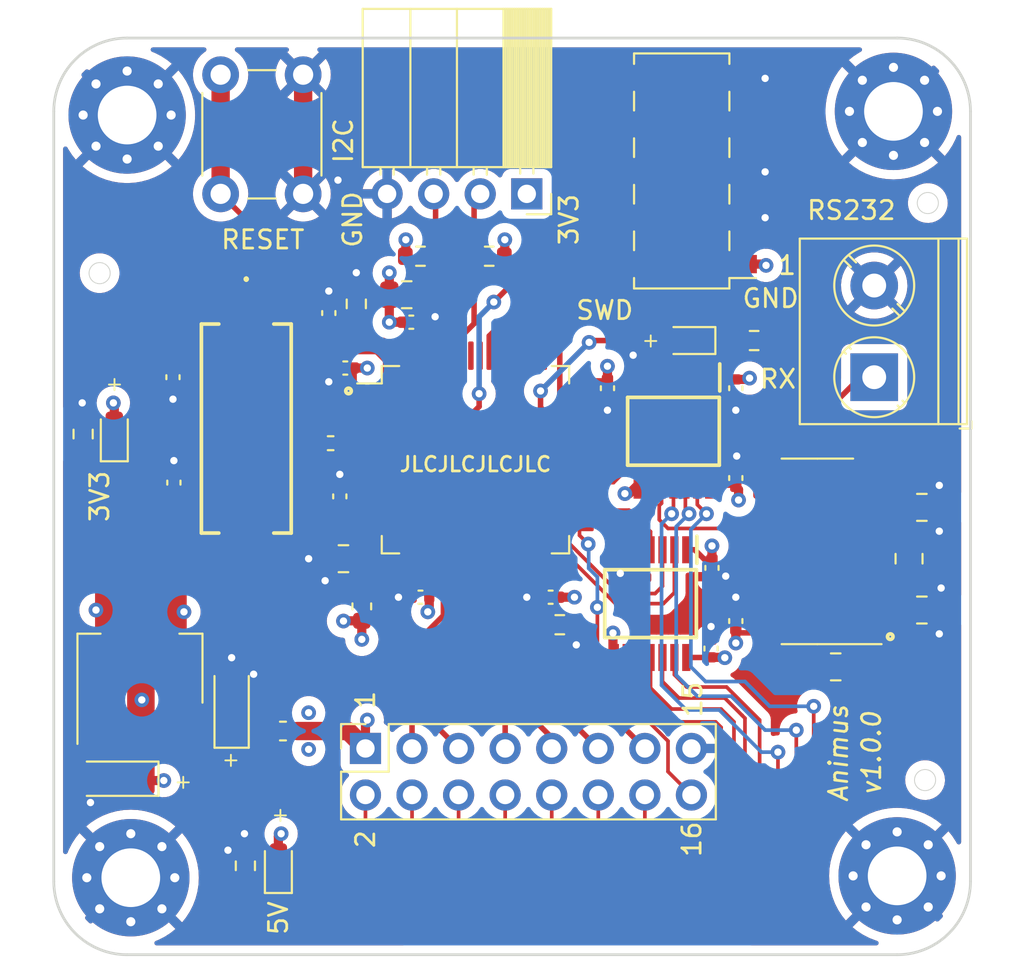
<source format=kicad_pcb>
(kicad_pcb (version 20211014) (generator pcbnew)
  (layers (0 "F.Cu" signal) (1 "In1.Cu" power) (2 "In2.Cu" power) (31 "B.Cu" signal) (34 "B.Paste" user) (35 "F.Paste" user) (36 "B.SilkS" user "B.Silkscreen") (37 "F.SilkS" user "F.Silkscreen") (38 "B.Mask" user) (39 "F.Mask" user) (44 "Edge.Cuts" user))
  (net 0 "")
  (net 1 "+5V")
  (net 2 "GND")
  (net 3 "+3V3")
  (net 4 "+3.3VA")
  (net 5 "OSC_IN")
  (net 6 "Net-(C13-Pad1)")
  (net 7 "Net-(C14-Pad1)")
  (net 8 "Net-(C14-Pad2)")
  (net 9 "Net-(C15-Pad2)")
  (net 10 "Net-(C15-Pad1)")
  (net 11 "Net-(C16-Pad1)")
  (net 12 "Net-(C17-Pad1)")
  (net 13 "NRST")
  (net 14 "Net-(D1-Pad1)")
  (net 15 "Net-(D2-Pad1)")
  (net 16 "Net-(D3-Pad1)")
  (net 17 "STATUS")
  (net 18 "I2C1_SCL")
  (net 19 "I2C1_SDA")
  (net 20 "ANODE_A")
  (net 21 "DIGIT_1")
  (net 22 "ANODE_B")
  (net 23 "DIGIT_2")
  (net 24 "ANODE_C")
  (net 25 "DIGIT_3")
  (net 26 "ANODE_D")
  (net 27 "DIGIT_4")
  (net 28 "ANODE_E")
  (net 29 "DIGIT_5")
  (net 30 "ANODE_F")
  (net 31 "DIGIT_6")
  (net 32 "ANODE_G")
  (net 33 "ANODE_DP")
  (net 34 "RX_RS232")
  (net 35 "SWDIO")
  (net 36 "SWCLK")
  (net 37 "SWO")
  (net 38 "OSC_OUT")
  (net 39 "BOOT0")
  (net 40 "BOOT1")
  (net 41 "Net-(U2-Pad14)")
  (net 42 "Net-(U2-Pad9)")
  (net 43 "Net-(U2-Pad7)")
  (net 44 "Net-(U2-Pad8)")
  (net 45 "USART_RX_5V")
  (net 46 "Net-(U2-Pad10)")
  (net 47 "Net-(U2-Pad11)")
  (net 48 "Net-(U3-Pad2)")
  (net 49 "Net-(U3-Pad3)")
  (net 50 "Net-(U3-Pad4)")
  (net 51 "Net-(U3-Pad8)")
  (net 52 "Net-(U3-Pad9)")
  (net 53 "Net-(U3-Pad11)")
  (net 54 "Net-(U3-Pad14)")
  (net 55 "Net-(U3-Pad15)")
  (net 56 "Net-(U3-Pad16)")
  (net 57 "Net-(U3-Pad20)")
  (net 58 "Net-(U3-Pad27)")
  (net 59 "Net-(U3-Pad29)")
  (net 60 "Net-(U3-Pad30)")
  (net 61 "Net-(U3-Pad41)")
  (net 62 "Net-(U3-Pad42)")
  (net 63 "Net-(U3-Pad45)")
  (net 64 "Net-(U3-Pad50)")
  (net 65 "Net-(U3-Pad51)")
  (net 66 "Net-(U3-Pad52)")
  (net 67 "Net-(U3-Pad53)")
  (net 68 "Net-(U3-Pad54)")
  (net 69 "Net-(U3-Pad56)")
  (net 70 "Net-(U3-Pad57)")
  (net 71 "Net-(U3-Pad61)")
  (net 72 "Net-(U3-Pad62)")
  (net 73 "ANODE_A_5V")
  (net 74 "ANODE_B_5V")
  (net 75 "ANODE_C_5V")
  (net 76 "ANODE_D_5V")
  (net 77 "ANODE_E_5V")
  (net 78 "ANODE_F_5V")
  (net 79 "ANODE_G_5V")
  (net 80 "Net-(U3-Pad17)")
  (net 81 "USART1_RX")
  (net 82 "Net-(C1-Pad1)")
  (net 83 "Net-(U3-Pad10)")
  (net 84 "Net-(J4-Pad7)")
  (net 85 "Net-(J4-Pad8)")
  (net 86 "Net-(IC1-Pad6)")
  (net 87 "Net-(IC1-Pad9)")
  (net 88 "Net-(IC2-Pad6)")
  (net 89 "Net-(IC2-Pad9)")
  (footprint "Package_TO_SOT_SMD:SOT-223-3_TabPin2" (layer "F.Cu") (at 37.7 60.4 90)
    (fp_text reference "U1")
    (fp_text value "AMS1117-3.3")
  )
  (footprint "Capacitor_Tantalum_SMD:CP_EIA-3216-18_Kemet-A" (layer "F.Cu") (at 42.7 62.4 90)
    (fp_text reference "C1")
    (fp_text value "10u/1206")
  )
  (footprint "Capacitor_Tantalum_SMD:CP_EIA-3216-18_Kemet-A" (layer "F.Cu") (at 36.4 66.4 180)
    (fp_text reference "C2")
    (fp_text value "10u/1206")
  )
  (footprint "MountingHole:MountingHole_3.2mm_M3_Pad_Via" (layer "F.Cu") (at 37 30.2)
    (fp_text reference "H1")
    (fp_text value "MountingHole_Pad")
  )
  (footprint "MountingHole:MountingHole_3.2mm_M3_Pad_Via" (layer "F.Cu") (at 37.2 71.8)
    (fp_text reference "H3")
    (fp_text value "MountingHole_Pad")
  )
  (footprint "Capacitor_SMD:C_0805_2012Metric" (layer "F.Cu") (at 80.35 57.2)
    (fp_text reference "C16")
    (fp_text value "1u/0805")
  )
  (footprint "Connector_PinSocket_2.54mm:PinSocket_2x08_P2.54mm_Vertical" (layer "F.Cu") (at 50 64.75 90)
    (fp_text reference "J3")
    (fp_text value "Conn_02x08_Odd_Even")
  )
  (footprint "Connector_PinSocket_2.54mm:PinSocket_1x04_P2.54mm_Horizontal" (layer "F.Cu") (at 58.8 34.5 -90)
    (fp_text reference "J2")
    (fp_text value "Conn_01x04")
  )
  (footprint "Capacitor_SMD:C_0805_2012Metric" (layer "F.Cu") (at 79.65 54.4 90)
    (fp_text reference "C15")
    (fp_text value "1u/0805")
  )
  (footprint "Capacitor_SMD:C_0805_2012Metric" (layer "F.Cu") (at 80.35 51.6)
    (fp_text reference "C17")
    (fp_text value "1u/0805")
  )
  (footprint "Capacitor_SMD:C_0402_1005Metric" (layer "F.Cu") (at 39.55 50.25 90)
    (fp_text reference "C13")
    (fp_text value "20p/0402")
  )
  (footprint "Capacitor_SMD:C_0805_2012Metric" (layer "F.Cu") (at 75.65 60.3 180)
    (fp_text reference "C14")
    (fp_text value "1u/0805")
  )
  (footprint "Resistor_SMD:R_0603_1608Metric" (layer "F.Cu") (at 49.5 40.5 90)
    (fp_text reference "R6")
    (fp_text value "10k/0603")
  )
  (footprint "Resistor_SMD:R_0603_1608Metric" (layer "F.Cu") (at 56.75 37.9 180)
    (fp_text reference "R4")
    (fp_text value "2k2/0603")
  )
  (footprint "Resistor_SMD:R_0603_1608Metric" (layer "F.Cu") (at 71.2 42.5)
    (fp_text reference "R8")
    (fp_text value "1k2/0603")
  )
  (footprint "Resistor_SMD:R_0402_1005Metric" (layer "F.Cu") (at 48.1 48.1 180)
    (fp_text reference "R3")
    (fp_text value "220/0402")
  )
  (footprint "Resistor_SMD:R_0603_1608Metric" (layer "F.Cu") (at 53 37.9)
    (fp_text reference "R5")
    (fp_text value "2k2/0603")
  )
  (footprint "MAX232:SOIC127P600X175-16N" (layer "F.Cu") (at 74.65 54 180)
    (fp_text reference "U2")
    (fp_text value "MAX232ESE" hide)
  )
  (footprint "Resistor_SMD:R_0603_1608Metric" (layer "F.Cu") (at 60.6 58)
    (fp_text reference "R7")
    (fp_text value "10k/0603")
  )
  (footprint "Package_QFP:LQFP-64_10x10mm_P0.5mm" (layer "F.Cu") (at 56 49)
    (fp_text reference "U3")
    (fp_text value "STM32F101RBTx")
  )
  (footprint "Capacitor_SMD:C_0402_1005Metric" (layer "F.Cu") (at 48.6 51 90)
    (fp_text reference "C10")
    (fp_text value "10n/0402")
  )
  (footprint "Capacitor_SMD:C_0402_1005Metric" (layer "F.Cu") (at 70.2 57.8 90)
    (fp_text reference "C11")
    (fp_text value "100n/0402")
  )
  (footprint "Capacitor_SMD:C_0805_2012Metric" (layer "F.Cu") (at 48.8 54.4 180)
    (fp_text reference "C9")
    (fp_text value "10u/0805")
  )
  (footprint "Capacitor_SMD:C_0402_1005Metric" (layer "F.Cu") (at 48.9 44 180)
    (fp_text reference "C8")
    (fp_text value "100n/0402")
  )
  (footprint "Capacitor_SMD:C_0402_1005Metric" (layer "F.Cu") (at 52.5 41.5)
    (fp_text reference "C7")
    (fp_text value "100n/0402")
  )
  (footprint "Capacitor_SMD:C_0402_1005Metric" (layer "F.Cu") (at 53 56.5 180)
    (fp_text reference "C4")
    (fp_text value "100n/0402")
  )
  (footprint "Capacitor_SMD:C_0402_1005Metric" (layer "F.Cu") (at 60.1 56.5 180)
    (fp_text reference "C5")
    (fp_text value "100n/0402")
  )
  (footprint "Capacitor_SMD:C_0805_2012Metric" (layer "F.Cu") (at 52.25 40)
    (fp_text reference "C3")
    (fp_text value "10u/0805")
  )
  (footprint "MountingHole:MountingHole_3.2mm_M3_Pad_Via" (layer "F.Cu") (at 78.8 30)
    (fp_text reference "H2")
    (fp_text value "MountingHole_Pad")
  )
  (footprint "Capacitor_SMD:C_0402_1005Metric" (layer "F.Cu") (at 48 41 90)
    (fp_text reference "C18")
    (fp_text value "100n/0402")
  )
  (footprint "LED_SMD:LED_0603_1608Metric" (layer "F.Cu") (at 67.6 42.5 180)
    (fp_text reference "D3")
    (fp_text value "RED")
  )
  (footprint "Fiducial:Fiducial_1mm_Mask2mm" (layer "F.Cu") (at 80.5 62.475)
    (fp_text reference "FID3")
    (fp_text value "Fiducial")
  )
  (footprint "Fiducial:Fiducial_1mm_Mask2mm" (layer "F.Cu") (at 35.5 36.1)
    (fp_text reference "FID1")
    (fp_text value "Fiducial")
  )
  (footprint "Capacitor_SMD:C_0402_1005Metric" (layer "F.Cu") (at 63.2 45.1 -90)
    (fp_text reference "C6")
    (fp_text value "100n/0402")
  )
  (footprint "LED_SMD:LED_0603_1608Metric" (layer "F.Cu") (at 45.25 71.15 90)
    (fp_text reference "D1")
    (fp_text value "YELLOW")
  )
  (footprint "Resistor_SMD:R_0603_1608Metric" (layer "F.Cu") (at 43.45 71.15 90)
    (fp_text reference "R1")
    (fp_text value "2k2/0603")
  )
  (footprint "Fiducial:Fiducial_1mm_Mask2mm" (layer "F.Cu") (at 35.5 54 90)
    (fp_text reference "FID2")
    (fp_text value "Fiducial")
  )
  (footprint "Connector_PinHeader_2.54mm:PinHeader_2x05_P2.54mm_Vertical_SMD" (layer "F.Cu") (at 67.25 33.25 180)
    (fp_text reference "J4")
    (fp_text value "SWD")
  )
  (footprint "TerminalBlock_Phoenix:TerminalBlock_Phoenix_PT-1,5-2-5.0-H_1x02_P5.00mm_Horizontal" (layer "F.Cu") (at 77.75 44.5 90)
    (fp_text reference "J1")
    (fp_text value "Screw_Terminal_01x02")
  )
  (footprint "MountingHole:MountingHole_3.2mm_M3_Pad_Via" (layer "F.Cu") (at 79 71.7)
    (fp_text reference "H4")
    (fp_text value "MountingHole_Pad")
  )
  (footprint "Capacitor_SMD:C_0402_1005Metric" (layer "F.Cu") (at 70.2 45.1 -90)
    (fp_text reference "C19")
    (fp_text value "100n/0402")
  )
  (footprint "Capacitor_SMD:C_0402_1005Metric" (layer "F.Cu") (at 68.85 59.3 90)
    (fp_text reference "C20")
    (fp_text value "100n/0402")
  )
  (footprint "Capacitor_SMD:C_0402_1005Metric" (layer "F.Cu") (at 68.9 54.9 -90)
    (fp_text reference "C21")
    (fp_text value "100n/0402")
  )
  (footprint "Capacitor_SMD:C_0402_1005Metric" (layer "F.Cu") (at 70.2 50 90)
    (fp_text reference "C22")
    (fp_text value "100n/0402")
  )
  (footprint "TXU0304:SOP65P640X120-14N" (layer "F.Cu") (at 66.8 47.45 -90)
    (fp_text reference "IC2")
    (fp_text value "TXU0304PWR" hide)
  )
  (footprint "TXU0104:SOP65P640X120-14N" (layer "F.Cu") (at 65.55 56.85 -90)
    (fp_text reference "IC1")
    (fp_text value "TXU0104PWR" hide)
  )
  (footprint "830011301:830011301" (layer "F.Cu") (at 43.5 47.3 -90)
    (fp_text reference "HSE1")
    (fp_text value "8MHz" hide)
  )
  (footprint "Button_Switch_THT:SW_PUSH_6mm" (layer "F.Cu") (at 42.1 34.5 90)
    (fp_text reference "SW1")
    (fp_text value "SW_Push")
  )
  (footprint "Resistor_SMD:R_0603_1608Metric" (layer "F.Cu") (at 34.6 47.6 90)
    (fp_text reference "R2")
    (fp_text value "1k2/0603")
  )
  (footprint "LED_SMD:LED_0603_1608Metric" (layer "F.Cu") (at 36.3 47.6 90)
    (fp_text reference "D2")
    (fp_text value "YELLOW")
  )
  (footprint "Capacitor_SMD:C_0402_1005Metric" (layer "F.Cu") (at 39.5 44.5 -90)
    (fp_text reference "C12")
    (fp_text value "20p/0402")
  )
  (footprint "Inductor_SMD:L_0603_1608Metric" (layer "F.Cu") (at 45.5 63.8)
    (fp_text reference "FB1")
    (fp_text value "100@100MHz/0603")
  )
  (footprint "Inductor_SMD:L_0603_1608Metric" (layer "F.Cu") (at 49.8 57 -90)
    (fp_text reference "FB2")
    (fp_text value "100@100MHz/0603")
  )
  (gr_circle (center 78.625 58.65) (end 78.675 58.65) (layer "F.SilkS") (width 0.2) (fill none))
  (gr_circle (center 49.075 45.25) (end 49.125 45.25) (layer "F.SilkS") (width 0.2) (fill none))
  (gr_line (start 79 26) (end 37 26) (layer "Edge.Cuts") (width 0.15))
  (gr_line (start 33 30) (end 33 72) (layer "Edge.Cuts") (width 0.15))
  (gr_circle (center 80.524 66.475) (end 81.1 66.475) (layer "Edge.Cuts") (width 0.05) (fill none))
  (gr_circle (center 80.674 35) (end 80.674 34.424) (layer "Edge.Cuts") (width 0.05) (fill none))
  (gr_arc (start 33 30) (mid 34.171573 27.171573) (end 37 26) (layer "Edge.Cuts") (width 0.15))
  (gr_arc (start 83 72) (mid 81.828427 74.828427) (end 79 76) (layer "Edge.Cuts") (width 0.15))
  (gr_line (start 37 76) (end 79 76) (layer "Edge.Cuts") (width 0.15))
  (gr_line (start 83 72) (end 83 30) (layer "Edge.Cuts") (width 0.15))
  (gr_circle (center 35.5 38.824) (end 36.076 38.824) (layer "Edge.Cuts") (width 0.05) (fill none))
  (gr_arc (start 37 76) (mid 34.171573 74.828427) (end 33 72) (layer "Edge.Cuts") (width 0.15))
  (gr_arc (start 79 26) (mid 81.828427 27.171573) (end 83 30) (layer "Edge.Cuts") (width 0.15))
  (gr_text "RS232" (at 76.5 35.4) (layer "F.SilkS") (effects (font (size 1 1))))
  (gr_text "RESET" (at 44.4 37) (layer "F.SilkS") (effects (font (size 1 1))))
  (gr_text "3V3" (at 61.1 35.9 90) (layer "F.SilkS") (effects (font (size 1 1))))
  (gr_text "SWD" (at 63.05 40.85) (layer "F.SilkS") (effects (font (size 1 1))))
  (gr_text "+" (at 42.6 65.4 90) (layer "F.SilkS") (effects (font (size 0.8 0.8) (thickness 0.1))))
  (gr_text "+" (at 65.5 42.525 90) (layer "F.SilkS") (effects (font (size 0.8 0.8) (thickness 0.1))))
  (gr_text "GND" (at 49.3 35.9 90) (layer "F.SilkS") (effects (font (size 1 1))))
  (gr_text "1" (at 50 62.1 90) (layer "F.SilkS") (effects (font (size 1 1))))
  (gr_text "15" (at 67.85 62.075 90) (layer "F.SilkS") (effects (font (size 1 1))))
  (gr_text "JLCJLCJLCJLC" (at 56 49.25) (layer "F.SilkS") (effects (font (size 0.8 0.8))))
  (gr_text "v1.0.0" (at 77.6 65 90) (layer "F.SilkS") (effects (font (size 1 1) (thickness 0.15) italic)))
  (gr_text "3V3" (at 35.5 51 90) (layer "F.SilkS") (effects (font (size 1 1))))
  (gr_text "+" (at 45.3 68.4 90) (layer "F.SilkS") (effects (font (size 0.8 0.8) (thickness 0.1))))
  (gr_text "5V" (at 45.25 74 90) (layer "F.SilkS") (effects (font (size 1 1))))
  (gr_text "2" (at 50 69.7 90) (layer "F.SilkS") (effects (font (size 1 1))))
  (gr_text "16" (at 67.8 69.7 90) (layer "F.SilkS") (effects (font (size 1 1))))
  (gr_text "1" (at 73 38.4) (layer "F.SilkS") (effects (font (size 1 1))))
  (gr_text "RX" (at 72.5 44.6) (layer "F.SilkS") (effects (font (size 1 1))))
  (gr_text "Animus" (at 75.8 65 90) (layer "F.SilkS") (effects (font (size 1 1) (thickness 0.15) italic)))
  (gr_text "GND" (at 72.1 40.2) (layer "F.SilkS") (effects (font (size 1 1))))
  (gr_text "+" (at 36.25 44.9 90) (layer "F.SilkS") (effects (font (size 0.8 0.8) (thickness 0.1))))
  (gr_text "I2C" (at 48.8 31.6 90) (layer "F.SilkS") (effects (font (size 1 1))))
  (gr_text "+" (at 40 66.6 90) (layer "F.SilkS") (effects (font (size 0.8 0.8) (thickness 0.1))))
  (segment (start 70.26 58.34) (end 70.2 58.28) (width 0.3) (layer "F.Cu") (net 1))
  (segment (start 72.055 58.445) (end 70.365 58.445) (width 0.3) (layer "F.Cu") (net 1))
  (segment (start 45.25 69.55) (end 45.4 69.4) (width 0.5) (layer "F.Cu") (net 1))
  (segment (start 45.25 70.3625) (end 45.25 69.55) (width 0.5) (layer "F.Cu") (net 1))
  (segment (start 70.108 50.388) (end 70.2 50.48) (width 0.3) (layer "F.Cu") (net 1))
  (segment (start 68.85 59.78) (end 69.58 59.78) (width 0.5) (layer "F.Cu") (net 1))
  (segment (start 72.15 58.445) (end 72.055 58.445) (width 0.3) (layer "F.Cu") (net 1))
  (segment (start 50 64.75) (end 50 63.3) (width 0.5) (layer "F.Cu") (net 1))
  (segment (start 68.75 50.388) (end 70.108 50.388) (width 0.3) (layer "F.Cu") (net 1))
  (segment (start 50 63.3) (end 50.1 63.2) (width 0.5) (layer "F.Cu") (net 1))
  (segment (start 49.15 63.9) (end 50 64.75) (width 1) (layer "F.Cu") (net 1))
  (segment (start 70.35 50.63) (end 70.2 50.48) (width 0.5) (layer "F.Cu") (net 1))
  (segment (start 67.5 59.788) (end 68.842 59.788) (width 0.3) (layer "F.Cu") (net 1))
  (segment (start 68.842 59.788) (end 68.85 59.78) (width 0.3) (layer "F.Cu") (net 1))
  (segment (start 70.35 51.2) (end 70.35 50.63) (width 0.5) (layer "F.Cu") (net 1))
  (segment (start 70.2 58.28) (end 70.2 59) (width 0.5) (layer "F.Cu") (net 1))
  (segment (start 69.58 59.78) (end 69.6 59.8) (width 0.5) (layer "F.Cu") (net 1))
  (segment (start 70.365 58.445) (end 70.26 58.34) (width 0.3) (layer "F.Cu") (net 1))
  (segment (start 46.2875 63.8) (end 49.05 63.8) (width 1) (layer "F.Cu") (net 1))
  (segment (start 49.05 63.8) (end 49.15 63.9) (width 1) (layer "F.Cu") (net 1))
  (via (at 45.4 69.4) (size 0.8) (drill 0.4) (layers "F.Cu" "B.Cu") (net 1))
  (via (at 69.6 59.8) (size 0.8) (drill 0.4) (layers "F.Cu" "B.Cu") (net 1))
  (via (at 70.2 59) (size 0.8) (drill 0.4) (layers "F.Cu" "B.Cu") (net 1))
  (via (at 46.9 64.8) (size 0.8) (drill 0.4) (layers "F.Cu" "B.Cu") (net 1))
  (via (at 46.9 62.8) (size 0.8) (drill 0.4) (layers "F.Cu" "B.Cu") (net 1))
  (via (at 70.35 51.2) (size 0.8) (drill 0.4) (layers "F.Cu" "B.Cu") (net 1))
  (via (at 50.1 63.2) (size 0.8) (drill 0.4) (layers "F.Cu" "B.Cu") (net 1))
  (segment (start 53.2 40) (end 53.2 40) (width 0.3) (layer "F.Cu") (net 2))
  (segment (start 53.2 40) (end 53.2 40) (width 0.3) (layer "F.Cu") (net 2))
  (segment (start 52.98 41.5) (end 52.98 41.5) (width 0.3) (layer "F.Cu") (net 2))
  (segment (start 52.75 41.73) (end 52.98 41.5) (width 0.3) (layer "F.Cu") (net 2))
  (segment (start 52.52 56.5) (end 52.52 56.5) (width 0.3) (layer "F.Cu") (net 2))
  (segment (start 43.45 69.45) (end 43.4 69.4) (width 0.5) (layer "F.Cu") (net 2))
  (segment (start 43.45 70.325) (end 42.525 70.325) (width 0.5) (layer "F.Cu") (net 2))
  (segment (start 43.45 70.325) (end 43.45 69.45) (width 0.5) (layer "F.Cu") (net 2))
  (segment (start 43.45 70.325) (end 43.45 70.325) (width 0.5) (layer "F.Cu") (net 2))
  (segment (start 34.6 45.95) (end 34.55 45.9) (width 0.5) (layer "F.Cu") (net 2))
  (segment (start 34.6 46.775) (end 34.6 45.95) (width 0.5) (layer "F.Cu") (net 2))
  (segment (start 39.5 44.98) (end 39.5 45.7) (width 0.5) (layer "F.Cu") (net 2))
  (segment (start 46.9 54.4) (end 47.85 54.4) (width 0.5) (layer "F.Cu") (net 2))
  (segment (start 70.345 57.175) (end 70.2 57.32) (width 0.3) (layer "F.Cu") (net 2))
  (segment (start 69.775 33.25) (end 71.75 33.25) (width 0.5) (layer "F.Cu") (net 2))
  (segment (start 63.6 54.9) (end 63.9 55.2) (width 0.25) (layer "F.Cu") (net 2))
  (segment (start 42.525 70.325) (end 42.5 70.3) (width 0.5) (layer "F.Cu") (net 2))
  (segment (start 39.55 49.77) (end 39.55 49.05) (width 0.5) (layer "F.Cu") (net 2))
  (segment (start 81.3 57.2) (end 81.3 58.5) (width 0.5) (layer "F.Cu") (net 2))
  (segment (start 52.75 56.27) (end 52.52 56.5) (width 0.3) (layer "F.Cu") (net 2))
  (segment (start 52.75 43.325) (end 52.75 41.73) (width 0.3) (layer "F.Cu") (net 2))
  (segment (start 53.5 41.5) (end 53.8 41.2) (width 0.5) (layer "F.Cu") (net 2))
  (segment (start 59.25 54.675) (end 59.25 56.13) (width 0.3) (layer "F.Cu") (net 2))
  (segment (start 68.85 58.82) (end 68.85 58.1) (width 0.5) (layer "F.Cu") (net 2))
  (segment (start 53.2 40) (end 53.2 41.28) (width 0.5) (layer "F.Cu") (net 2))
  (segment (start 48.6 49.8) (end 48.6 50.52) (width 0.5) (layer "F.Cu") (net 2))
  (segment (start 50.325 50.75) (end 48.83 50.75) (width 0.3) (layer "F.Cu") (net 2))
  (segment (start 52.75 54.675) (end 52.75 56.27) (width 0.3) (layer "F.Cu") (net 2))
  (segment (start 53.2 40.6) (end 53.8 41.2) (width 0.5) (layer "F.Cu") (net 2))
  (segment (start 61.425 59.025) (end 61.5 59.1) (width 0.5) (layer "F.Cu") (net 2))
  (segment (start 42.7 59.8) (end 42.7 61.05) (width 0.5) (layer "F.Cu") (net 2))
  (segment (start 63.6 53.912) (end 63.6 54.9) (width 0.25) (layer "F.Cu") (net 2))
  (segment (start 35.4 63.55) (end 35.4 66.05) (width 1) (layer "F.Cu") (net 2))
  (segment (start 49.5 38.8) (end 49.5 39.675) (width 0.5) (layer "F.Cu") (net 2))
  (segment (start 71.75 33.25) (end 71.8 33.3) (width 0.5) (layer "F.Cu") (net 2))
  (segment (start 69.775 35.79) (end 71.79 35.79) (width 0.5) (layer "F.Cu") (net 2))
  (segment (start 42.7 61.05) (end 43.55 61.05) (width 0.5) (layer "F.Cu") (net 2))
  (segment (start 48.42 44) (end 48.42 44.33) (width 0.5) (layer "F.Cu") (net 2))
  (segment (start 64.85 44.512) (end 64.85 43.55) (width 0.5) (layer "F.Cu") (net 2))
  (segment (start 81.4 56) (end 81.4 57.1) (width 0.5) (layer "F.Cu") (net 2))
  (segment (start 81.3 50.4) (end 81.3 51.6) (width 0.5) (layer "F.Cu") (net 2))
  (segment (start 70.2 48.85) (end 70.25 48.8) (width 0.5) (layer "F.Cu") (net 2))
  (segment (start 48.42 44.33) (end 48 44.75) (width 0.5) (layer "F.Cu") (net 2))
  (segment (start 48 39.8) (end 48 40.52) (width 0.5) (layer "F.Cu") (net 2))
  (segment (start 70.2 49.52) (end 70.2 48.85) (width 0.5) (layer "F.Cu") (net 2))
  (segment (start 47.8 55.6) (end 47.8 54.45) (width 0.5) (layer "F.Cu") (net 2))
  (segment (start 63.2 45.58) (end 63.2 46.3) (width 0.5) (layer "F.Cu") (net 2))
  (segment (start 61.425 58) (end 61.425 59.025) (width 0.5) (layer "F.Cu") (net 2))
  (segment (start 46.6 34.5) (end 46.6 28) (width 1) (layer "F.Cu") (net 2))
  (segment (start 70.2 57.32) (end 70.2 56.5) (width 0.5) (layer "F.Cu") (net 2))
  (segment (start 53.2 40) (end 53.2 40.6) (width 0.5) (layer "F.Cu") (net 2))
  (segment (start 63.2 45.58) (end 63.03 45.75) (width 0.3) (layer "F.Cu") (net 2))
  (segment (start 51.8 56.5) (end 52.52 56.5) (width 0.5) (layer "F.Cu") (net 2))
  (segment (start 58.8 56.5) (end 59.62 56.5) (width 0.5) (layer "F.Cu") (net 2))
  (segment (start 81.4 57.1) (end 81.3 57.2) (width 0.5) (layer "F.Cu") (net 2))
  (segment (start 72.15 57.175) (end 70.345 57.175) (width 0.3) (layer "F.Cu") (net 2))
  (segment (start 68.9 55.38) (end 69.62 55.38) (width 0.5) (layer "F.Cu") (net 2))
  (segment (start 47.8 54.45) (end 47.85 54.4) (width 0.5) (layer "F.Cu") (net 2))
  (segment (start 43.55 61.05) (end 43.9 60.7) (width 0.5) (layer "F.Cu") (net 2))
  (segment (start 71.79 35.79) (end 71.8 35.8) (width 0.5) (layer "F.Cu") (net 2))
  (segment (start 63.03 45.75) (end 61.675 45.75) (width 0.3) (layer "F.Cu") (net 2))
  (segment (start 35.05 66.4) (end 35.05 67.65) (width 0.5) (layer "F.Cu") (net 2))
  (segment (start 69.775 28.17) (end 71.77 28.17) (width 0.5) (layer "F.Cu") (net 2))
  (segment (start 81.3 52.9) (end 81.3 51.6) (width 0.5) (layer "F.Cu") (net 2))
  (segment (start 53.2 41.28) (end 52.98 41.5) (width 0.5) (layer "F.Cu") (net 2))
  (segment (start 59.25 56.13) (end 59.62 56.5) (width 0.3) (layer "F.Cu") (net 2))
  (segment (start 35.05 67.65) (end 35 67.7) (width 0.5) (layer "F.Cu") (net 2))
  (segment (start 69.62 55.38) (end 69.65 55.35) (width 0.5) (layer "F.Cu") (net 2))
  (segment (start 52.98 41.5) (end 53.5 41.5) (width 0.5) (layer "F.Cu") (net 2))
  (segment (start 48.83 50.75) (end 48.6 50.52) (width 0.3) (layer "F.Cu") (net 2))
  (segment (start 64.85 43.55) (end 64.6 43.3) (width 0.5) (layer "F.Cu") (net 2))
  (segment (start 71.77 28.17) (end 71.8 28.2) (width 0.5) (layer "F.Cu") (net 2))
  (segment (start 35.4 66.05) (end 35.05 66.4) (width 1) (layer "F.Cu") (net 2))
  (segment (start 70.2 45.58) (end 70.2 46.3) (width 0.5) (layer "F.Cu") (net 2))
  (via (at 42.5 70.3) (size 0.8) (drill 0.4) (layers "F.Cu" "B.Cu") (net 2))
  (via (at 43.4 69.4) (size 0.8) (drill 0.4) (layers "F.Cu" "B.Cu") (net 2))
  (via (at 81.3 58.5) (size 0.8) (drill 0.4) (layers "F.Cu" "B.Cu") (net 2))
  (via (at 48.5 33.75) (size 0.8) (drill 0.4) (layers "F.Cu" "B.Cu") (net 2))
  (via (at 34.55 45.9) (size 0.8) (drill 0.4) (layers "F.Cu" "B.Cu") (net 2))
  (via (at 39.5 45.7) (size 0.8) (drill 0.4) (layers "F.Cu" "B.Cu") (net 2))
  (via (at 43.9 60.7) (size 0.8) (drill 0.4) (layers "F.Cu" "B.Cu") (net 2))
  (via (at 49.5 38.8) (size 0.8) (drill 0.4) (layers "F.Cu" "B.Cu") (net 2))
  (via (at 71.8 28.2) (size 0.8) (drill 0.4) (layers "F.Cu" "B.Cu") (net 2))
  (via (at 39.55 49.05) (size 0.8) (drill 0.4) (layers "F.Cu" "B.Cu") (net 2))
  (via (at 70.25 48.8) (size 0.8) (drill 0.4) (layers "F.Cu" "B.Cu") (net 2))
  (via (at 51.8 56.5) (size 0.8) (drill 0.4) (layers "F.Cu" "B.Cu") (net 2))
  (via (at 81.4 56) (size 0.8) (drill 0.4) (layers "F.Cu" "B.Cu") (net 2))
  (via (at 58.8 56.5) (size 0.8) (drill 0.4) (layers "F.Cu" "B.Cu") (net 2))
  (via (at 69.65 55.35) (size 0.8) (drill 0.4) (layers "F.Cu" "B.Cu") (net 2))
  (via (at 46.9 54.4) (size 0.8) (drill 0.4) (layers "F.Cu" "B.Cu") (net 2))
  (via (at 71.8 35.8) (size 0.8) (drill 0.4) (layers "F.Cu" "B.Cu") (net 2))
  (via (at 71.8 33.3) (size 0.8) (drill 0.4) (layers "F.Cu" "B.Cu") (net 2))
  (via (at 48 39.8) (size 0.8) (drill 0.4) (layers "F.Cu" "B.Cu") (net 2))
  (via (at 81.3 50.4) (size 0.8) (drill 0.4) (layers "F.Cu" "B.Cu") (net 2))
  (via (at 48.6 49.8) (size 0.8) (drill 0.4) (layers "F.Cu" "B.Cu") (net 2))
  (via (at 47.8 55.6) (size 0.8) (drill 0.4) (layers "F.Cu" "B.Cu") (net 2))
  (via (at 63.2 46.3) (size 0.8) (drill 0.4) (layers "F.Cu" "B.Cu") (net 2))
  (via (at 70.2 56.5) (size 0.8) (drill 0.4) (layers "F.Cu" "B.Cu") (net 2))
  (via (at 42.7 59.8) (size 0.8) (drill 0.4) (layers "F.Cu" "B.Cu") (net 2))
  (via (at 61.5 59.1) (size 0.8) (drill 0.4) (layers "F.Cu" "B.Cu") (net 2))
  (via (at 68.85 58.1) (size 0.8) (drill 0.4) (layers "F.Cu" "B.Cu") (net 2))
  (via (at 63.9 55.2) (size 0.8) (drill 0.4) (layers "F.Cu" "B.Cu") (net 2))
  (via (at 81.3 52.9) (size 0.8) (drill 0.4) (layers "F.Cu" "B.Cu") (net 2))
  (via (at 70.2 46.3) (size 0.8) (drill 0.4) (layers "F.Cu" "B.Cu") (net 2))
  (via (at 64.6 43.3) (size 0.8) (drill 0.4) (layers "F.Cu" "B.Cu") (net 2))
  (via (at 48 44.75) (size 0.8) (drill 0.4) (layers "F.Cu" "B.Cu") (net 2))
  (via (at 35 67.7) (size 0.8) (drill 0.4) (layers "F.Cu" "B.Cu") (net 2))
  (via (at 53.8 41.2) (size 0.8) (drill 0.4) (layers "F.Cu" "B.Cu") (net 2))
  (segment (start 51.3 41.5) (end 52.02 41.5) (width 0.5) (layer "F.Cu") (net 3))
  (segment (start 51.3 40) (end 51.3 41.5) (width 0.5) (layer "F.Cu") (net 3))
  (segment (start 52.25 41.73) (end 52.02 41.5) (width 0.3) (layer "F.Cu") (net 3))
  (segment (start 53.48 56.5) (end 53.48 56.5) (width 0.3) (layer "F.Cu") (net 3))
  (segment (start 68.9 54.42) (end 68.9 54.42) (width 0.3) (layer "F.Cu") (net 3))
  (segment (start 36.3 46.8125) (end 36.3 45.95) (width 0.5) (layer "F.Cu") (net 3))
  (segment (start 36.3 45.95) (end 36.25 45.9) (width 0.5) (layer "F.Cu") (net 3))
  (segment (start 52.25 43.325) (end 52.25 41.73) (width 0.3) (layer "F.Cu") (net 3))
  (segment (start 37.7 62.2) (end 37.8 62.1) (width 1) (layer "F.Cu") (net 3))
  (segment (start 59.75 55.67) (end 60.58 56.5) (width 0.3) (layer "F.Cu") (net 3))
  (segment (start 68.75 44.512) (end 70.092 44.512) (width 0.3) (layer "F.Cu") (net 3))
  (segment (start 70.2 44.62) (end 70.88 44.62) (width 0.5) (layer "F.Cu") (net 3))
  (segment (start 60.58 56.5) (end 61.4 56.5) (width 0.5) (layer "F.Cu") (net 3))
  (segment (start 49.8 57.7875) (end 48.8125 57.7875) (width 0.5) (layer "F.Cu") (net 3))
  (segment (start 52.2 37.875) (end 52.175 37.9) (width 0.5) (layer "F.Cu") (net 3))
  (segment (start 49.38 44.78) (end 49.85 45.25) (width 0.3) (layer "F.Cu") (net 3))
  (segment (start 71.78 38.33) (end 71.85 38.4) (width 0.5) (layer "F.Cu") (net 3))
  (segment (start 68.47 54.42) (end 68.9 54.42) (width 0.3) (layer "F.Cu") (net 3))
  (segment (start 40.1 57.3) (end 37.75 57.3) (width 0.5) (layer "F.Cu") (net 3))
  (segment (start 37.85 66.5) (end 37.75 66.4) (width 0.5) (layer "F.Cu") (net 3))
  (segment (start 39 66.5) (end 37.85 66.5) (width 0.5) (layer "F.Cu") (net 3))
  (segment (start 53.48 57.22) (end 53.4 57.3) (width 0.5) (layer "F.Cu") (net 3))
  (segment (start 67.962 53.912) (end 68.47 54.42) (width 0.3) (layer "F.Cu") (net 3))
  (segment (start 64.15 50.85) (end 64.388 50.85) (width 0.5) (layer "F.Cu") (net 3))
  (segment (start 57.6 37) (end 57.6 37.875) (width 0.5) (layer "F.Cu") (net 3))
  (segment (start 48.8125 57.7875) (end 48.8 57.8) (width 0.5) (layer "F.Cu") (net 3))
  (segment (start 37.7 63.55) (end 37.7 62.2) (width 1) (layer "F.Cu") (net 3))
  (segment (start 59.75 54.675) (end 59.75 55.67) (width 0.3) (layer "F.Cu") (net 3))
  (segment (start 67.5 53.912) (end 67.962 53.912) (width 0.3) (layer "F.Cu") (net 3))
  (segment (start 53.25 56.27) (end 53.48 56.5) (width 0.3) (layer "F.Cu") (net 3))
  (segment (start 69.775 38.33) (end 71.78 38.33) (width 0.5) (layer "F.Cu") (net 3))
  (segment (start 63.5 58.45) (end 63.5 59.688) (width 0.5) (layer "F.Cu") (net 3))
  (segment (start 35.3 57.2) (end 37.65 57.2) (width 0.5) (layer "F.Cu") (net 3))
  (segment (start 49.85 45.25) (end 50.325 45.25) (width 0.3) (layer "F.Cu") (net 3))
  (segment (start 37.7 66.35) (end 37.75 66.4) (width 1) (layer "F.Cu") (net 3))
  (segment (start 57.6 37.875) (end 57.575 37.9) (width 0.5) (layer "F.Cu") (net 3))
  (segment (start 67.5 53.912) (end 67.612 53.912) (width 0.2) (layer "F.Cu") (net 3))
  (segment (start 37.7 63.55) (end 37.7 57.25) (width 1) (layer "F.Cu") (net 3))
  (segment (start 37.7 63.55) (end 37.7 66.35) (width 1) (layer "F.Cu") (net 3))
  (segment (start 49.38 44) (end 50.1 44) (width 0.5) (layer "F.Cu") (net 3))
  (segment (start 52.2 37) (end 52.2 37.875) (width 0.5) (layer "F.Cu") (net 3))
  (segment (start 70.092 44.512) (end 70.2 44.62) (width 0.3) (layer "F.Cu") (net 3))
  (segment (start 49.8 57.7875) (end 49.8 58.8) (width 0.5) (layer "F.Cu") (net 3))
  (segment (start 64.388 50.85) (end 64.85 50.388) (width 0.5) (layer "F.Cu") (net 3))
  (segment (start 62.225 44.7) (end 63.12 44.7) (width 0.3) (layer "F.Cu") (net 3))
  (segment (start 63.2 44.62) (end 63.2 43.9) (width 0.5) (layer "F.Cu") (net 3))
  (segment (start 53.25 54.675) (end 53.25 56.27) (width 0.3) (layer "F.Cu") (net 3))
  (segment (start 37.75 57.3) (end 37.7 57.25) (width 0.5) (layer "F.Cu") (net 3))
  (segment (start 61.675 45.25) (end 62.225 44.7) (width 0.3) (layer "F.Cu") (net 3))
  (segment (start 37.65 57.2) (end 37.7 57.25) (width 0.5) (layer "F.Cu") (net 3))
  (segment (start 68.9 53.7) (end 68.9 54.42) (width 0.5) (layer "F.Cu") (net 3))
  (segment (start 49.38 44) (end 49.38 44.78) (width 0.3) (layer "F.Cu") (net 3))
  (segment (start 53.48 56.5) (end 53.48 57.22) (width 0.5) (layer "F.Cu") (net 3))
  (segment (start 63.5 59.688) (end 63.6 59.788) (width 0.5) (layer "F.Cu") (net 3))
  (segment (start 37.75 57.2) (end 37.7 57.25) (width 1) (layer "F.Cu") (net 3))
  (segment (start 63.12 44.7) (end 63.2 44.62) (width 0.3) (layer "F.Cu") (net 3))
  (segment (start 51.3 38.8) (end 51.3 40) (width 0.5) (layer "F.Cu") (net 3))
  (segment (start 70.88 44.62) (end 70.95 44.55) (width 0.5) (layer "F.Cu") (net 3))
  (via (at 51.3 41.5) (size 0.8) (drill 0.4) (layers "F.Cu" "B.Cu") (net 3))
  (via (at 36.25 45.9) (size 0.8) (drill 0.4) (layers "F.Cu" "B.Cu") (net 3))
  (via (at 49.8 58.8) (size 0.8) (drill 0.4) (layers "F.Cu" "B.Cu") (net 3))
  (via (at 48.8 57.8) (size 0.8) (drill 0.4) (layers "F.Cu" "B.Cu") (net 3))
  (via (at 39 66.5) (size 0.8) (drill 0.4) (layers "F.Cu" "B.Cu") (net 3))
  (via (at 61.4 56.5) (size 0.8) (drill 0.4) (layers "F.Cu" "B.Cu") (net 3))
  (via (at 51.3 38.8) (size 0.8) (drill 0.4) (layers "F.Cu" "B.Cu") (net 3))
  (via (at 37.8 62.1) (size 0.8) (drill 0.4) (layers "F.Cu" "B.Cu") (net 3))
  (via (at 50.1 44) (size 0.8) (drill 0.4) (layers "F.Cu" "B.Cu") (net 3))
  (via (at 63.5 58.45) (size 0.8) (drill 0.4) (layers "F.Cu" "B.Cu") (net 3))
  (via (at 35.3 57.2) (size 0.8) (drill 0.4) (layers "F.Cu" "B.Cu") (net 3))
  (via (at 57.6 37) (size 0.8) (drill 0.4) (layers "F.Cu" "B.Cu") (net 3))
  (via (at 68.9 53.7) (size 0.8) (drill 0.4) (layers "F.Cu" "B.Cu") (net 3))
  (via (at 64.15 50.85) (size 0.8) (drill 0.4) (layers "F.Cu" "B.Cu") (net 3))
  (via (at 70.95 44.55) (size 0.8) (drill 0.4) (layers "F.Cu" "B.Cu") (net 3))
  (via (at 40.1 57.3) (size 0.8) (drill 0.4) (layers "F.Cu" "B.Cu") (net 3))
  (via (at 71.85 38.4) (size 0.8) (drill 0.4) (layers "F.Cu" "B.Cu") (net 3))
  (via (at 52.2 37) (size 0.8) (drill 0.4) (layers "F.Cu" "B.Cu") (net 3))
  (via (at 53.4 57.3) (size 0.8) (drill 0.4) (layers "F.Cu" "B.Cu") (net 3))
  (via (at 63.2 43.9) (size 0.8) (drill 0.4) (layers "F.Cu" "B.Cu") (net 3))
  (segment (start 48.6 52.85) (end 48.6 53.05) (width 0.3) (layer "F.Cu") (net 4))
  (segment (start 48.6 51.48) (end 48.6 52.85) (width 0.3) (layer "F.Cu") (net 4))
  (segment (start 49.8 54.45) (end 49.75 54.4) (width 0.3) (layer "F.Cu") (net 4))
  (segment (start 48.83 51.25) (end 48.6 51.48) (width 0.3) (layer "F.Cu") (net 4))
  (segment (start 50.325 51.25) (end 48.83 51.25) (width 0.3) (layer "F.Cu") (net 4))
  (segment (start 48.6 52.85) (end 48.6 53.25) (width 0.3) (layer "F.Cu") (net 4))
  (segment (start 49.8 56.2125) (end 49.8 54.45) (width 0.3) (layer "F.Cu") (net 4))
  (segment (start 48.6 53.25) (end 49.75 54.4) (width 0.3) (layer "F.Cu") (net 4))
  (segment (start 39.48 44) (end 39.5 44.02) (width 0.3) (layer "F.Cu") (net 5))
  (segment (start 43.5 44.75) (end 43.5 42.55) (width 0.3) (layer "F.Cu") (net 5))
  (segment (start 43.5 43) (end 43.5 42.55) (width 0.3) (layer "F.Cu") (net 5))
  (segment (start 46 47.25) (end 43.5 44.75) (width 0.3) (layer "F.Cu") (net 5))
  (segment (start 42.03 44.02) (end 43.5 42.55) (width 0.3) (layer "F.Cu") (net 5))
  (segment (start 42.03 44.02) (end 39.5 44.02) (width 0.3) (layer "F.Cu") (net 5))
  (segment (start 50.325 47.25) (end 46 47.25) (width 0.3) (layer "F.Cu") (net 5))
  (segment (start 45.9 48.1) (end 43.5 50.5) (width 0.3) (layer "F.Cu") (net 6))
  (segment (start 47.59 48.1) (end 45.9 48.1) (width 0.3) (layer "F.Cu") (net 6))
  (segment (start 42.18 50.73) (end 43.5 52.05) (width 0.3) (layer "F.Cu") (net 6))
  (segment (start 43.5 50.5) (end 43.5 52.05) (width 0.3) (layer "F.Cu") (net 6))
  (segment (start 42.18 50.73) (end 39.55 50.73) (width 0.3) (layer "F.Cu") (net 6))
  (segment (start 77.15 59.75) (end 76.6 60.3) (width 0.3) (layer "F.Cu") (net 7))
  (segment (start 77.15 58.445) (end 77.15 59.75) (width 0.3) (layer "F.Cu") (net 7))
  (segment (start 75.795 55.905) (end 74.7 57) (width 0.3) (layer "F.Cu") (net 8))
  (segment (start 74.7 57) (end 74.7 60.3) (width 0.3) (layer "F.Cu") (net 8))
  (segment (start 77.15 55.905) (end 75.795 55.905) (width 0.3) (layer "F.Cu") (net 8))
  (segment (start 79.565 53.365) (end 79.65 53.45) (width 0.3) (layer "F.Cu") (net 9))
  (segment (start 77.15 53.365) (end 79.565 53.365) (width 0.3) (layer "F.Cu") (net 9))
  (segment (start 77.15 54.635) (end 78.935 54.635) (width 0.3) (layer "F.Cu") (net 10))
  (segment (start 78.935 54.635) (end 79.65 55.35) (width 0.3) (layer "F.Cu") (net 10))
  (segment (start 79.375 57.175) (end 79.4 57.2) (width 0.3) (layer "F.Cu") (net 11))
  (segment (start 77.15 57.175) (end 79.375 57.175) (width 0.3) (layer "F.Cu") (net 11))
  (segment (start 77.15 52.095) (end 78.905 52.095) (width 0.3) (layer "F.Cu") (net 12))
  (segment (start 78.905 52.095) (end 79.4 51.6) (width 0.3) (layer "F.Cu") (net 12))
  (segment (start 42.1 34.5) (end 42.1 28) (width 1) (layer "F.Cu") (net 13))
  (segment (start 56.2 46.1) (end 56.2 45.4) (width 0.3) (layer "F.Cu") (net 13))
  (segment (start 51.1 43.6) (end 51.1 44.719654) (width 0.3) (layer "F.Cu") (net 13))
  (segment (start 51.8 45.419654) (end 51.8 47.680326) (width 0.3) (layer "F.Cu") (net 13))
  (segment (start 50.6 43.1) (end 51.1 43.6) (width 0.3) (layer "F.Cu") (net 13))
  (segment (start 62.58 28.17) (end 60.5 30.25) (width 0.3) (layer "F.Cu") (net 13))
  (segment (start 54.05 48.25) (end 56.2 46.1) (width 0.3) (layer "F.Cu") (net 13))
  (segment (start 60.5 36.9) (end 57 40.4) (width 0.3) (layer "F.Cu") (net 13))
  (segment (start 60.5 30.25) (end 60.5 36.9) (width 0.3) (layer "F.Cu") (net 13))
  (segment (start 51.1 44.719654) (end 51.8 45.419654) (width 0.3) (layer "F.Cu") (net 13))
  (segment (start 48 42.2) (end 48.9 43.1) (width 0.3) (layer "F.Cu") (net 13))
  (segment (start 42.1 34.5) (end 44.3 36.7) (width 0.3) (layer "F.Cu") (net 13))
  (segment (start 64.725 28.17) (end 62.58 28.17) (width 0.3) (layer "F.Cu") (net 13))
  (segment (start 44.3 38.8) (end 46.98 41.48) (width 0.3) (layer "F.Cu") (net 13))
  (segment (start 48 41.48) (end 48 42.2) (width 0.3) (layer "F.Cu") (net 13))
  (segment (start 44.3 36.7) (end 44.3 38.8) (width 0.3) (layer "F.Cu") (net 13))
  (segment (start 51.230326 48.25) (end 50.325 48.25) (width 0.3) (layer "F.Cu") (net 13))
  (segment (start 48 41.48) (end 46.98 41.48) (width 0.3) (layer "F.Cu") (net 13))
  (segment (start 50.325 48.25) (end 54.05 48.25) (width 0.3) (layer "F.Cu") (net 13))
  (segment (start 48.9 43.1) (end 50.6 43.1) (width 0.3) (layer "F.Cu") (net 13))
  (segment (start 51.8 47.680326) (end 51.230326 48.25) (width 0.3) (layer "F.Cu") (net 13))
  (via (at 56.2 45.4) (size 0.8) (drill 0.4) (layers "F.Cu" "B.Cu") (net 13))
  (via (at 57 40.4) (size 0.8) (drill 0.4) (layers "F.Cu" "B.Cu") (net 13))
  (segment (start 56.2 41.2) (end 57 40.4) (width 0.3) (layer "B.Cu") (net 13))
  (segment (start 56.2 45.4) (end 56.2 41.2) (width 0.3) (layer "B.Cu") (net 13))
  (segment (start 45.2125 71.975) (end 45.25 71.9375) (width 1) (layer "F.Cu") (net 14))
  (segment (start 43.45 71.975) (end 45.2125 71.975) (width 1) (layer "F.Cu") (net 14))
  (segment (start 36.2625 48.425) (end 36.3 48.3875) (width 1) (layer "F.Cu") (net 15))
  (segment (start 34.6 48.425) (end 36.2625 48.425) (width 1) (layer "F.Cu") (net 15))
  (segment (start 68.3875 42.5) (end 70.375 42.5) (width 0.3) (layer "F.Cu") (net 16))
  (segment (start 66.8125 42.5) (end 62.3 42.5) (width 0.3) (layer "F.Cu") (net 17))
  (segment (start 62.3 42.5) (end 62.2 42.6) (width 0.3) (layer "F.Cu") (net 17))
  (segment (start 61.675 47.25) (end 60.65 47.25) (width 0.3) (layer "F.Cu") (net 17))
  (segment (start 59.55 46.15) (end 59.55 45.25) (width 0.3) (layer "F.Cu") (net 17))
  (segment (start 60.65 47.25) (end 59.55 46.15) (width 0.3) (layer "F.Cu") (net 17))
  (via (at 59.55 45.25) (size 0.8) (drill 0.4) (layers "F.Cu" "B.Cu") (net 17))
  (via (at 62.2 42.6) (size 0.8) (drill 0.4) (layers "F.Cu" "B.Cu") (net 17))
  (segment (start 59.55 45.25) (end 62.2 42.6) (width 0.3) (layer "B.Cu") (net 17))
  (segment (start 55.25 42.25) (end 55.925 41.575) (width 0.3) (layer "F.Cu") (net 18))
  (segment (start 55.925 37.9) (end 55.925 34.835) (width 0.3) (layer "F.Cu") (net 18))
  (segment (start 55.925 41.575) (end 55.925 37.9) (width 0.3) (layer "F.Cu") (net 18))
  (segment (start 55.925 34.835) (end 56.26 34.5) (width 0.3) (layer "F.Cu") (net 18))
  (segment (start 55.25 43.325) (end 55.25 42.25) (width 0.3) (layer "F.Cu") (net 18))
  (segment (start 54.75 43.325) (end 54.75 38.825) (width 0.3) (layer "F.Cu") (net 19))
  (segment (start 53.825 37.9) (end 53.825 34.605) (width 0.3) (layer "F.Cu") (net 19))
  (segment (start 53.825 34.605) (end 53.72 34.5) (width 0.3) (layer "F.Cu") (net 19))
  (segment (start 54.75 38.825) (end 53.825 37.9) (width 0.3) (layer "F.Cu") (net 19))
  (segment (start 63.0495 49.25) (end 61.675 49.25) (width 0.2) (layer "F.Cu") (net 20))
  (segment (start 66.8 44.512) (end 66.8 45.4995) (width 0.2) (layer "F.Cu") (net 20))
  (segment (start 66.8 45.4995) (end 63.0495 49.25) (width 0.2) (layer "F.Cu") (net 20))
  (segment (start 54.25 57.5) (end 54.25 54.675) (width 0.3) (layer "F.Cu") (net 21))
  (segment (start 52.54 59.21) (end 54.25 57.5) (width 0.3) (layer "F.Cu") (net 21))
  (segment (start 52.54 64.75) (end 52.54 59.21) (width 0.3) (layer "F.Cu") (net 21))
  (segment (start 63.35 49.75) (end 62.95 49.75) (width 0.2) (layer "F.Cu") (net 22))
  (segment (start 62.95 49.75) (end 61.675 49.75) (width 0.2) (layer "F.Cu") (net 22))
  (segment (start 67.45 44.512) (end 67.45 45.65) (width 0.2) (layer "F.Cu") (net 22))
  (segment (start 67.45 45.65) (end 63.35 49.75) (width 0.2) (layer "F.Cu") (net 22))
  (segment (start 54.75 58.75) (end 54.75 54.675) (width 0.3) (layer "F.Cu") (net 23))
  (segment (start 54 59.5) (end 54.75 58.75) (width 0.3) (layer "F.Cu") (net 23))
  (segment (start 54 63.67) (end 54 59.5) (width 0.3) (layer "F.Cu") (net 23))
  (segment (start 55.08 64.75) (end 54 63.67) (width 0.3) (layer "F.Cu") (net 23))
  (segment (start 68.1 44.512) (end 68.1 45.680498) (width 0.2) (layer "F.Cu") (net 24))
  (segment (start 68.1 45.680498) (end 63.530498 50.25) (width 0.2) (layer "F.Cu") (net 24))
  (segment (start 63.3495 50.25) (end 61.675 50.25) (width 0.2) (layer "F.Cu") (net 24))
  (segment (start 63.530498 50.25) (end 63.3495 50.25) (width 0.2) (layer "F.Cu") (net 24))
  (segment (start 55.25 54.675) (end 55.25 61) (width 0.3) (layer "F.Cu") (net 25))
  (segment (start 55.25 61) (end 57.62 63.37) (width 0.3) (layer "F.Cu") (net 25))
  (segment (start 57.62 63.37) (end 57.62 64.75) (width 0.3) (layer "F.Cu") (net 25))
  (segment (start 59.65 52.865699) (end 59.65 51.5) (width 0.2) (layer "F.Cu") (net 26))
  (segment (start 63.634301 56.85) (end 59.65 52.865699) (width 0.2) (layer "F.Cu") (net 26))
  (segment (start 66.25 56.85) (end 63.634301 56.85) (width 0.2) (layer "F.Cu") (net 26))
  (segment (start 60.4 50.75) (end 61.675 50.75) (width 0.2) (layer "F.Cu") (net 26))
  (segment (start 66.85 53.912) (end 66.85 56.25) (width 0.2) (layer "F.Cu") (net 26))
  (segment (start 66.85 56.25) (end 66.25 56.85) (width 0.2) (layer "F.Cu") (net 26))
  (segment (start 59.65 51.5) (end 60.4 50.75) (width 0.2) (layer "F.Cu") (net 26))
  (segment (start 60.16 64.16) (end 60.16 64.75) (width 0.3) (layer "F.Cu") (net 27))
  (segment (start 55.75 54.675) (end 55.75 59.75) (width 0.3) (layer "F.Cu") (net 27))
  (segment (start 55.75 59.75) (end 60.16 64.16) (width 0.3) (layer "F.Cu") (net 27))
  (segment (start 66.2 55.9) (end 65.8 56.3) (width 0.2) (layer "F.Cu") (net 28))
  (segment (start 66.2 53.912) (end 66.2 55.9) (width 0.2) (layer "F.Cu") (net 28))
  (segment (start 60.9 51.25) (end 60.4 51.75) (width 0.2) (layer "F.Cu") (net 28))
  (segment (start 61.675 51.25) (end 60.9 51.25) (width 0.2) (layer "F.Cu") (net 28))
  (segment (start 65.8 56.3) (end 63.85 56.3) (width 0.2) (layer "F.Cu") (net 28))
  (segment (start 60.4 51.75) (end 60.4 52.85) (width 0.2) (layer "F.Cu") (net 28))
  (segment (start 63.85 56.3) (end 60.4 52.85) (width 0.2) (layer "F.Cu") (net 28))
  (segment (start 56.25 58.3) (end 62.7 64.75) (width 0.3) (layer "F.Cu") (net 29))
  (segment (start 56.25 54.675) (end 56.25 58.3) (width 0.3) (layer "F.Cu") (net 29))
  (segment (start 65.55 52.9245) (end 64.3755 51.75) (width 0.2) (layer "F.Cu") (net 30))
  (segment (start 64.3755 51.75) (end 61.675 51.75) (width 0.2) (layer "F.Cu") (net 30))
  (segment (start 65.55 53.912) (end 65.55 52.9245) (width 0.2) (layer "F.Cu") (net 30))
  (segment (start 62.75 63) (end 56.75 57) (width 0.3) (layer "F.Cu") (net 31))
  (segment (start 65.24 64.75) (end 63.49 63) (width 0.3) (layer "F.Cu") (net 31))
  (segment (start 63.49 63) (end 62.75 63) (width 0.3) (layer "F.Cu") (net 31))
  (segment (start 56.75 57) (end 56.75 54.675) (width 0.3) (layer "F.Cu") (net 31))
  (segment (start 64.9 53.1) (end 64.9 53.912) (width 0.2) (layer "F.Cu") (net 32))
  (segment (start 64.05 52.25) (end 64.9 53.1) (width 0.2) (layer "F.Cu") (net 32))
  (segment (start 61.675 52.25) (end 64.05 52.25) (width 0.2) (layer "F.Cu") (net 32))
  (segment (start 66.502501 64.347499) (end 66.502501 66.012501) (width 0.2) (layer "F.Cu") (net 33))
  (segment (start 66.502501 66.012501) (end 67.78 67.29) (width 0.2) (layer "F.Cu") (net 33))
  (segment (start 61.675 53.125) (end 62.15 53.6) (width 0.2) (layer "F.Cu") (net 33))
  (segment (start 61.675 52.75) (end 61.675 53.125) (width 0.2) (layer "F.Cu") (net 33))
  (segment (start 62.65 57.05) (end 62.65 60.494998) (width 0.2) (layer "F.Cu") (net 33))
  (segment (start 62.65 60.494998) (end 66.502501 64.347499) (width 0.2) (layer "F.Cu") (net 33))
  (via (at 62.15 53.6) (size 0.8) (drill 0.4) (layers "F.Cu" "B.Cu") (net 33))
  (via (at 62.65 57.05) (size 0.8) (drill 0.4) (layers "F.Cu" "B.Cu") (net 33))
  (segment (start 62.65 55.4) (end 62.65 57.05) (width 0.2) (layer "B.Cu") (net 33))
  (segment (start 62.175001 54.925001) (end 62.65 55.4) (width 0.2) (layer "B.Cu") (net 33))
  (segment (start 62.15 53.6) (end 62.175001 53.625001) (width 0.2) (layer "B.Cu") (net 33))
  (segment (start 62.175001 53.625001) (end 62.175001 54.925001) (width 0.2) (layer "B.Cu") (net 33))
  (segment (start 73.15 54.635) (end 72.15 54.635) (width 0.3) (layer "F.Cu") (net 34))
  (segment (start 77 44.5) (end 74.5 47) (width 0.3) (layer "F.Cu") (net 34))
  (segment (start 77.75 44.5) (end 77 44.5) (width 0.3) (layer "F.Cu") (net 34))
  (segment (start 74.5 53.285) (end 73.15 54.635) (width 0.3) (layer "F.Cu") (net 34))
  (segment (start 74.5 47) (end 74.5 53.285) (width 0.3) (layer "F.Cu") (net 34))
  (segment (start 61.675 46.25) (end 60.75 46.25) (width 0.3) (layer "F.Cu") (net 35))
  (segment (start 60.59999 42.45501) (end 64.725 38.33) (width 0.3) (layer "F.Cu") (net 35))
  (segment (start 60.75 46.25) (end 60.59999 46.09999) (width 0.3) (layer "F.Cu") (net 35))
  (segment (start 60.59999 46.09999) (end 60.59999 42.45501) (width 0.3) (layer "F.Cu") (net 35))
  (segment (start 64.725 35.79) (end 59.75 40.765) (width 0.3) (layer "F.Cu") (net 36))
  (segment (start 59.75 40.765) (end 59.75 42.25) (width 0.3) (layer "F.Cu") (net 36))
  (segment (start 59.75 42) (end 59.75 43.325) (width 0.3) (layer "F.Cu") (net 36))
  (segment (start 59.75 42.25) (end 59.75 43.325) (width 0.3) (layer "F.Cu") (net 36))
  (segment (start 61.759827 37.240173) (end 61.759827 34.240173) (width 0.3) (layer "F.Cu") (net 37))
  (segment (start 56.75 43.325) (end 56.75 42.25) (width 0.3) (layer "F.Cu") (net 37))
  (segment (start 61.759827 34.240173) (end 62.75 33.25) (width 0.3) (layer "F.Cu") (net 37))
  (segment (start 56.75 42.25) (end 61.759827 37.240173) (width 0.3) (layer "F.Cu") (net 37))
  (segment (start 62.75 33.25) (end 64.725 33.25) (width 0.3) (layer "F.Cu") (net 37))
  (segment (start 50.325 47.75) (end 48.96 47.75) (width 0.3) (layer "F.Cu") (net 38))
  (segment (start 48.96 47.75) (end 48.61 48.1) (width 0.3) (layer "F.Cu") (net 38))
  (segment (start 54.25 44.75) (end 54.25 43.325) (width 0.3) (layer "F.Cu") (net 39))
  (segment (start 51.7 44.4) (end 52.3 45) (width 0.3) (layer "F.Cu") (net 39))
  (segment (start 51.7 43.2) (end 51.7 44.4) (width 0.3) (layer "F.Cu") (net 39))
  (segment (start 49.5 42.3) (end 49.7 42.5) (width 0.3) (layer "F.Cu") (net 39))
  (segment (start 54 45) (end 54.25 44.75) (width 0.3) (layer "F.Cu") (net 39))
  (segment (start 49.7 42.5) (end 51 42.5) (width 0.3) (layer "F.Cu") (net 39))
  (segment (start 52.3 45) (end 54 45) (width 0.3) (layer "F.Cu") (net 39))
  (segment (start 49.5 41.325) (end 49.5 42.3) (width 0.3) (layer "F.Cu") (net 39))
  (segment (start 51 42.5) (end 51.7 43.2) (width 0.3) (layer "F.Cu") (net 39))
  (segment (start 59.525 57.75) (end 59.775 58) (width 0.3) (layer "F.Cu") (net 40))
  (segment (start 57.75 54.675) (end 57.75 56.75) (width 0.3) (layer "F.Cu") (net 40))
  (segment (start 57.75 56.75) (end 58.75 57.75) (width 0.3) (layer "F.Cu") (net 40))
  (segment (start 58.75 57.75) (end 59.525 57.75) (width 0.3) (layer "F.Cu") (net 40))
  (segment (start 66.15 50.388) (end 66.15 51.3755) (width 0.2) (layer "F.Cu") (net 45))
  (segment (start 66.500998 52.75) (end 70.3 52.75) (width 0.2) (layer "F.Cu") (net 45))
  (segment (start 66.024999 52.274001) (end 66.500998 52.75) (width 0.2) (layer "F.Cu") (net 45))
  (segment (start 70.3 52.75) (end 70.915 53.365) (width 0.2) (layer "F.Cu") (net 45))
  (segment (start 66.15 51.3755) (end 66.024999 51.500501) (width 0.2) (layer "F.Cu") (net 45))
  (segment (start 66.024999 51.500501) (end 66.024999 52.274001) (width 0.2) (layer "F.Cu") (net 45))
  (segment (start 70.915 53.365) (end 72.15 53.365) (width 0.2) (layer "F.Cu") (net 45))
  (segment (start 70.1 72.8) (end 56.9 72.8) (width 0.2) (layer "F.Cu") (net 73))
  (segment (start 66.8 51.85) (end 66.7 51.95) (width 0.2) (layer "F.Cu") (net 73))
  (segment (start 56.9 72.8) (end 55.08 70.98) (width 0.2) (layer "F.Cu") (net 73))
  (segment (start 66.8 50.388) (end 66.8 51.85) (width 0.2) (layer "F.Cu") (net 73))
  (segment (start 72.5 70.4) (end 72.5 64.95) (width 0.2) (layer "F.Cu") (net 73))
  (segment (start 55.08 70.98) (end 55.08 67.29) (width 0.2) (layer "F.Cu") (net 73))
  (segment (start 72.2 70.7) (end 70.1 72.8) (width 0.2) (layer "F.Cu") (net 73))
  (segment (start 72.2 70.7) (end 72.5 70.4) (width 0.2) (layer "F.Cu") (net 73))
  (via (at 72.5 64.95) (size 0.8) (drill 0.4) (layers "F.Cu" "B.Cu") (net 73))
  (via (at 66.7 51.95) (size 0.8) (drill 0.4) (layers "F.Cu" "B.Cu") (net 73))
  (segment (start 69.3 62.65) (end 67.5 62.65) (width 0.2) (layer "B.Cu") (net 73))
  (segment (start 71.6 64.95) (end 69.3 62.65) (width 0.2) (layer "B.Cu") (net 73))
  (segment (start 67.5 62.65) (end 66.15 61.3) (width 0.2) (layer "B.Cu") (net 73))
  (segment (start 66.15 61.3) (end 66.15 52.5) (width 0.2) (layer "B.Cu") (net 73))
  (segment (start 72.5 64.95) (end 71.6 64.95) (width 0.2) (layer "B.Cu") (net 73))
  (segment (start 66.15 52.5) (end 66.7 51.95) (width 0.2) (layer "B.Cu") (net 73))
  (segment (start 67.45 50.388) (end 67.45 51.75) (width 0.2) (layer "F.Cu") (net 74))
  (segment (start 73.5 70.6) (end 73.5 63.75) (width 0.2) (layer "F.Cu") (net 74))
  (segment (start 52.54 71.74) (end 52.54 67.29) (width 0.2) (layer "F.Cu") (net 74))
  (segment (start 70.2 73.9) (end 54.7 73.9) (width 0.2) (layer "F.Cu") (net 74))
  (segment (start 72.9 71.2) (end 73.5 70.6) (width 0.2) (layer "F.Cu") (net 74))
  (segment (start 67.45 51.75) (end 67.65 51.95) (width 0.2) (layer "F.Cu") (net 74))
  (segment (start 72.9 71.2) (end 70.2 73.9) (width 0.2) (layer "F.Cu") (net 74))
  (segment (start 54.7 73.9) (end 52.54 71.74) (width 0.2) (layer "F.Cu") (net 74))
  (via (at 73.5 63.75) (size 0.8) (drill 0.4) (layers "F.Cu" "B.Cu") (net 74))
  (via (at 67.65 51.95) (size 0.8) (drill 0.4) (layers "F.Cu" "B.Cu") (net 74))
  (segment (start 69.95 61.9) (end 68.1 61.9) (width 0.2) (layer "B.Cu") (net 74))
  (segment (start 66.95 60.75) (end 66.95 52.65) (width 0.2) (layer "B.Cu") (net 74))
  (segment (start 68.1 61.9) (end 66.95 60.75) (width 0.2) (layer "B.Cu") (net 74))
  (segment (start 66.95 52.65) (end 67.65 51.95) (width 0.2) (layer "B.Cu") (net 74))
  (segment (start 73.5 63.75) (end 71.8 63.75) (width 0.2) (layer "B.Cu") (net 74))
  (segment (start 71.8 63.75) (end 69.95 61.9) (width 0.2) (layer "B.Cu") (net 74))
  (segment (start 73.7 71.7) (end 74.4 71) (width 0.2) (layer "F.Cu") (net 75))
  (segment (start 50 72.3) (end 50 67.29) (width 0.2) (layer "F.Cu") (net 75))
  (segment (start 68.1 50.388) (end 68.1 51.45) (width 0.2) (layer "F.Cu") (net 75))
  (segment (start 68.1 51.45) (end 68.6 51.95) (width 0.2) (layer "F.Cu") (net 75))
  (segment (start 70.6 74.8) (end 52.5 74.8) (width 0.2) (layer "F.Cu") (net 75))
  (segment (start 73.7 71.7) (end 70.6 74.8) (width 0.2) (layer "F.Cu") (net 75))
  (segment (start 74.4 71) (end 74.45 70.95) (width 0.2) (layer "F.Cu") (net 75))
  (segment (start 52.5 74.8) (end 50 72.3) (width 0.2) (layer "F.Cu") (net 75))
  (segment (start 74.45 70.95) (end 74.45 62.45) (width 0.2) (layer "F.Cu") (net 75))
  (via (at 74.45 62.45) (size 0.8) (drill 0.4) (layers "F.Cu" "B.Cu") (net 75))
  (via (at 68.6 51.95) (size 0.8) (drill 0.4) (layers "F.Cu" "B.Cu") (net 75))
  (segment (start 70.7 61.1) (end 68.55 61.1) (width 0.2) (layer "B.Cu") (net 75))
  (segment (start 67.75 60.3) (end 67.75 52.8) (width 0.2) (layer "B.Cu") (net 75))
  (segment (start 67.75 52.8) (end 68.6 51.95) (width 0.2) (layer "B.Cu") (net 75))
  (segment (start 72.05 62.45) (end 70.7 61.1) (width 0.2) (layer "B.Cu") (net 75))
  (segment (start 68.55 61.1) (end 67.75 60.3) (width 0.2) (layer "B.Cu") (net 75))
  (segment (start 74.45 62.45) (end 72.05 62.45) (width 0.2) (layer "B.Cu") (net 75))
  (segment (start 67.5245 61.4) (end 69.7 61.4) (width 0.2) (layer "F.Cu") (net 76))
  (segment (start 71.5 69.9) (end 69.5 71.9) (width 0.2) (layer "F.Cu") (net 76))
  (segment (start 66.85 59.788) (end 66.85 60.7255) (width 0.2) (layer "F.Cu") (net 76))
  (segment (start 66.85 60.7255) (end 67.5245 61.4) (width 0.2) (layer "F.Cu") (net 76))
  (segment (start 69.5 71.9) (end 59 71.9) (width 0.2) (layer "F.Cu") (net 76))
  (segment (start 71.5 63.2) (end 71.5 69.9) (width 0.2) (layer "F.Cu") (net 76))
  (segment (start 59 71.9) (end 57.62 70.52) (width 0.2) (layer "F.Cu") (net 76))
  (segment (start 69.7 61.4) (end 71.5 63.2) (width 0.2) (layer "F.Cu") (net 76))
  (segment (start 57.62 70.52) (end 57.62 67.29) (width 0.2) (layer "F.Cu") (net 76))
  (segment (start 60.16 69.76) (end 60.16 67.29) (width 0.2) (layer "F.Cu") (net 77))
  (segment (start 70.7 69.2) (end 68.8 71.1) (width 0.2) (layer "F.Cu") (net 77))
  (segment (start 66.2 59.788) (end 66.2 61.1) (width 0.2) (layer "F.Cu") (net 77))
  (segment (start 67.1 62) (end 69.60002 62) (width 0.2) (layer "F.Cu") (net 77))
  (segment (start 69.60002 62) (end 70.55 62.94998) (width 0.2) (layer "F.Cu") (net 77))
  (segment (start 70.55 62.95) (end 70.7 63.1) (width 0.2) (layer "F.Cu") (net 77))
  (segment (start 61.5 71.1) (end 60.16 69.76) (width 0.2) (layer "F.Cu") (net 77))
  (segment (start 70.7 63.1) (end 70.7 69.2) (width 0.2) (layer "F.Cu") (net 77))
  (segment (start 68.8 71.1) (end 61.5 71.1) (width 0.2) (layer "F.Cu") (net 77))
  (segment (start 66.2 61.1) (end 67.1 62) (width 0.2) (layer "F.Cu") (net 77))
  (segment (start 70.55 62.94998) (end 70.55 62.95) (width 0.2) (layer "F.Cu") (net 77))
  (segment (start 68.8 70.1) (end 63.5 70.1) (width 0.2) (layer "F.Cu") (net 78))
  (segment (start 63.5 70.1) (end 62.7 69.3) (width 0.2) (layer "F.Cu") (net 78))
  (segment (start 69.4 62.6) (end 70.1 63.3) (width 0.2) (layer "F.Cu") (net 78))
  (segment (start 70.1 63.3) (end 70.1 68.8) (width 0.2) (layer "F.Cu") (net 78))
  (segment (start 65.55 59.788) (end 65.55 61.45) (width 0.2) (layer "F.Cu") (net 78))
  (segment (start 62.7 69.3) (end 62.7 67.29) (width 0.2) (layer "F.Cu") (net 78))
  (segment (start 70.1 68.8) (end 68.8 70.1) (width 0.2) (layer "F.Cu") (net 78))
  (segment (start 66.7 62.6) (end 69.4 62.6) (width 0.2) (layer "F.Cu") (net 78))
  (segment (start 65.55 61.45) (end 66.7 62.6) (width 0.2) (layer "F.Cu") (net 78))
  (segment (start 69.4 68.4) (end 69.4 63.6) (width 0.2) (layer "F.Cu") (net 79))
  (segment (start 69.4 63.6) (end 69.1 63.3) (width 0.2) (layer "F.Cu") (net 79))
  (segment (start 68.6 69.2) (end 69.4 68.4) (width 0.2) (layer "F.Cu") (net 79))
  (segment (start 65.6 69.2) (end 68.6 69.2) (width 0.2) (layer "F.Cu") (net 79))
  (segment (start 65.24 67.29) (end 65.24 68.84) (width 0.2) (layer "F.Cu") (net 79))
  (segment (start 69.1 63.3) (end 66.55 63.3) (width 0.2) (layer "F.Cu") (net 79))
  (segment (start 64.9 59.788) (end 64.9 61.65) (width 0.2) (layer "F.Cu") (net 79))
  (segment (start 64.9 61.65) (end 66.55 63.3) (width 0.2) (layer "F.Cu") (net 79))
  (segment (start 65.24 68.84) (end 65.6 69.2) (width 0.2) (layer "F.Cu") (net 79))
  (segment (start 63.8995 47.75) (end 61.675 47.75) (width 0.2) (layer "F.Cu") (net 81))
  (segment (start 66.15 45.4995) (end 63.8995 47.75) (width 0.2) (layer "F.Cu") (net 81))
  (segment (start 66.15 44.512) (end 66.15 45.4995) (width 0.2) (layer "F.Cu") (net 81))
  (segment (start 42.7 63.75) (end 40.2 63.75) (width 1) (layer "F.Cu") (net 82))
  (segment (start 40.2 63.75) (end 40 63.55) (width 1) (layer "F.Cu") (net 82))
  (segment (start 42.7 63.75) (end 44.5875 63.75) (width 1) (layer "F.Cu") (net 82))
  (segment (start 44.5875 63.75) (end 44.7375 63.9) (width 1) (layer "F.Cu") (net 82))
  (zone (net 3) (net_name "+3V3") (layer "F.Cu") (priority 1) (connect_pads yes (clearance 0.508)) (min_thickness 0.4) (fill yes (thermal_gap 0.508) (thermal_bridge_width 0.508))
    (polygon (pts (xy 38.5 56) (xy 40.25 56) (xy 40.25 61.5) (xy 38.5 61.5) (xy 38.5 67.25) (xy 37 67.25) (xy 37 61.5) (xy 35.25 61.5) (xy 35.25 56) (xy 37 56)))
  )
  (zone (net 2) (net_name "GND") (layer "F.Cu") (connect_pads (clearance 0.508)) (min_thickness 0.254) (fill yes (thermal_gap 0.508) (thermal_bridge_width 0.508))
    (polygon (pts (xy 83 75.945912) (xy 33 75.945912) (xy 33 25.945912) (xy 83 25.945912)))
  )
  (zone (net 2) (net_name "GND") (layer "B.Cu") (connect_pads (clearance 0.508)) (min_thickness 0.254) (fill yes (thermal_gap 0.508) (thermal_bridge_width 0.508))
    (polygon (pts (xy 83 76) (xy 33 76) (xy 33 26) (xy 83 26)))
  )
)
</source>
